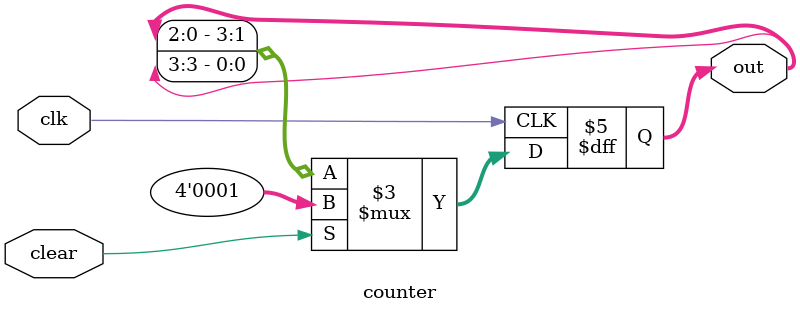
<source format=v>
module counter(
    input clk,
    input clear,
    output reg [3:0] out
);
  always @(posedge clk)
    begin
      if(clear)
        out <= 4'b0001; // Initialize to 0001 when clear is high
      else
        out <= {out[2:0], out[3]}; // Rotate bits to the left
    end
endmodule

</source>
